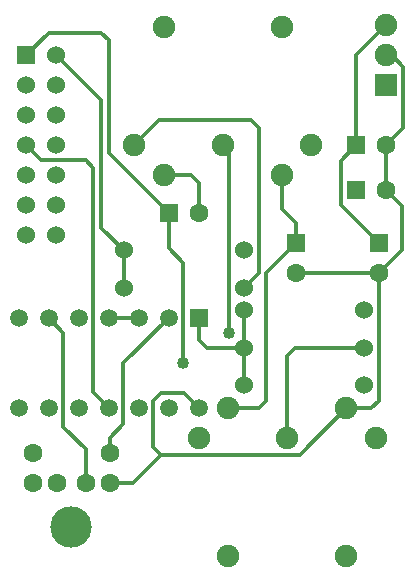
<source format=gbr>
G04 DipTrace 2.4.0.2*
%INBottom.gbr*%
%MOIN*%
%ADD13C,0.013*%
%ADD14C,0.063*%
%ADD15R,0.063X0.063*%
%ADD16C,0.0748*%
%ADD17C,0.063*%
%ADD18C,0.1378*%
%ADD19R,0.06X0.06*%
%ADD20C,0.06*%
%ADD21R,0.0591X0.0591*%
%ADD22C,0.0591*%
%ADD23C,0.06*%
%ADD24R,0.0748X0.0748*%
%ADD25C,0.0748*%
%ADD26C,0.04*%
%FSLAX44Y44*%
G04*
G70*
G90*
G75*
G01*
%LNBottom*%
%LPD*%
X8690Y14190D2*
D13*
Y15440D1*
X17190Y15690D2*
X15930Y16950D1*
Y18430D1*
X16440Y18940D1*
X12690Y13440D2*
Y12190D1*
Y10940D1*
X8690Y15440D2*
X7940Y16190D1*
Y20440D1*
X6440Y21940D1*
X16440Y18940D2*
Y21940D1*
X17440Y22940D1*
X12690Y12190D2*
X11450D1*
X11190Y12450D1*
Y13190D1*
X17440Y21940D2*
D3*
X11190Y16690D2*
Y17696D1*
X10930Y17956D1*
X10019D1*
X16111Y10174D2*
X14558Y8621D1*
X9940D1*
X9680Y8881D1*
Y10428D1*
X9940Y10688D1*
X10700D1*
X11190Y10198D1*
X14440Y14690D2*
X17190D1*
X9940Y8621D2*
X9009Y7690D1*
X8227D1*
X17190Y14690D2*
Y10434D1*
X16930Y10174D1*
X16111D1*
X17440Y17440D2*
X17950Y16930D1*
Y15450D1*
X17190Y14690D1*
X17440Y18940D2*
Y17440D1*
Y21940D2*
X17635D1*
X18009Y21566D1*
Y19509D1*
X17440Y18940D1*
X5440D2*
X5945Y18435D1*
X7420D1*
X7680Y18175D1*
Y10708D1*
X8190Y10198D1*
X8227Y8674D2*
Y9184D1*
X8680Y9637D1*
Y11680D1*
X10190Y13190D1*
X9034Y18940D2*
X9864Y19769D1*
X12925D1*
X13185Y19509D1*
Y14685D1*
X12690Y14190D1*
X9190Y13190D2*
X8190D1*
X14143Y9190D2*
Y11930D1*
X14403Y12190D1*
X16690D1*
X7440Y7690D2*
Y8804D1*
X6680Y9564D1*
Y12700D1*
X6190Y13190D1*
X13956Y17956D2*
Y16830D1*
X14440Y16346D1*
Y15690D1*
X13445Y14695D1*
Y10434D1*
X13185Y10174D1*
X12174D1*
X10680Y11695D2*
Y15015D1*
X10190Y15505D1*
Y16690D1*
X8200Y18680D1*
Y22435D1*
X7940Y22695D1*
X6195D1*
X5440Y21940D1*
X12190Y12690D2*
Y18940D1*
X11987D1*
D26*
X10680Y11695D3*
X12190Y12690D3*
D14*
X11190Y16690D3*
D15*
X10190D3*
X14440Y15690D3*
D14*
Y14690D3*
D15*
X17190Y15690D3*
D14*
Y14690D3*
X17440Y17440D3*
D15*
X16440D3*
D14*
X17440Y18940D3*
D15*
X16440D3*
D16*
X11190Y9190D3*
X14143D3*
X17096D3*
X12174Y10174D3*
X16111D3*
X12174Y5253D3*
X16111D3*
X14940Y18940D3*
X11987D3*
X9034D3*
X13956Y17956D3*
X10019D3*
X13956Y22877D3*
X10019D3*
D17*
X7440Y7690D3*
X6456D3*
X8227D3*
X5668D3*
X8227Y8674D3*
X5668D3*
D18*
X6948Y6214D3*
D19*
X5440Y21940D3*
D20*
Y20940D3*
Y19940D3*
Y18940D3*
Y17940D3*
Y16940D3*
Y15940D3*
X6440D3*
Y16940D3*
Y17940D3*
Y18940D3*
Y19940D3*
Y20940D3*
Y21940D3*
D21*
X11190Y13190D3*
D22*
X10190D3*
X9190D3*
X8190D3*
X7190D3*
X6190D3*
X5190D3*
Y10198D3*
X6190D3*
X7190D3*
X8190D3*
X9190D3*
X10190D3*
X11190D3*
D20*
X8690Y15440D3*
D23*
X12690D3*
D20*
X8690Y14190D3*
D23*
X12690D3*
D20*
Y13440D3*
D23*
X16690D3*
D20*
X12690Y12190D3*
D23*
X16690D3*
D20*
X12690Y10940D3*
D23*
X16690D3*
D24*
X17440Y20940D3*
D25*
Y21940D3*
Y22940D3*
M02*

</source>
